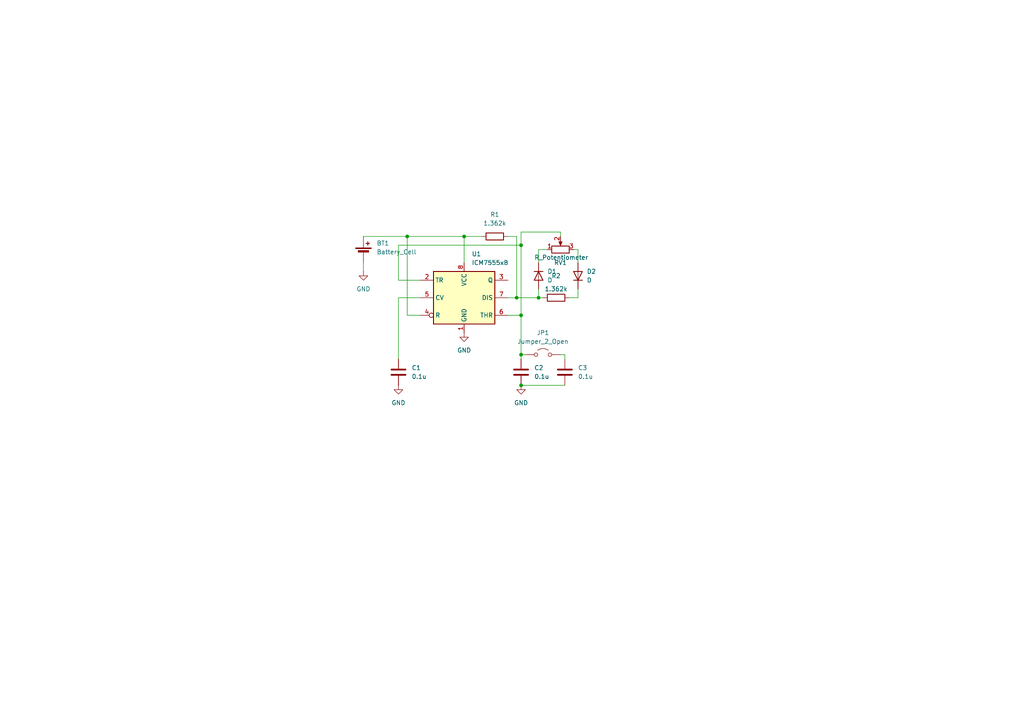
<source format=kicad_sch>
(kicad_sch
	(version 20231120)
	(generator "eeschema")
	(generator_version "8.0")
	(uuid "24b10871-cdab-45cc-a7c3-9da9b7ee663d")
	(paper "A4")
	(lib_symbols
		(symbol "Device:Battery_Cell"
			(pin_numbers hide)
			(pin_names
				(offset 0) hide)
			(exclude_from_sim no)
			(in_bom yes)
			(on_board yes)
			(property "Reference" "BT"
				(at 2.54 2.54 0)
				(effects
					(font
						(size 1.27 1.27)
					)
					(justify left)
				)
			)
			(property "Value" "Battery_Cell"
				(at 2.54 0 0)
				(effects
					(font
						(size 1.27 1.27)
					)
					(justify left)
				)
			)
			(property "Footprint" ""
				(at 0 1.524 90)
				(effects
					(font
						(size 1.27 1.27)
					)
					(hide yes)
				)
			)
			(property "Datasheet" "~"
				(at 0 1.524 90)
				(effects
					(font
						(size 1.27 1.27)
					)
					(hide yes)
				)
			)
			(property "Description" "Single-cell battery"
				(at 0 0 0)
				(effects
					(font
						(size 1.27 1.27)
					)
					(hide yes)
				)
			)
			(property "ki_keywords" "battery cell"
				(at 0 0 0)
				(effects
					(font
						(size 1.27 1.27)
					)
					(hide yes)
				)
			)
			(symbol "Battery_Cell_0_1"
				(rectangle
					(start -2.286 1.778)
					(end 2.286 1.524)
					(stroke
						(width 0)
						(type default)
					)
					(fill
						(type outline)
					)
				)
				(rectangle
					(start -1.524 1.016)
					(end 1.524 0.508)
					(stroke
						(width 0)
						(type default)
					)
					(fill
						(type outline)
					)
				)
				(polyline
					(pts
						(xy 0 0.762) (xy 0 0)
					)
					(stroke
						(width 0)
						(type default)
					)
					(fill
						(type none)
					)
				)
				(polyline
					(pts
						(xy 0 1.778) (xy 0 2.54)
					)
					(stroke
						(width 0)
						(type default)
					)
					(fill
						(type none)
					)
				)
				(polyline
					(pts
						(xy 0.762 3.048) (xy 1.778 3.048)
					)
					(stroke
						(width 0.254)
						(type default)
					)
					(fill
						(type none)
					)
				)
				(polyline
					(pts
						(xy 1.27 3.556) (xy 1.27 2.54)
					)
					(stroke
						(width 0.254)
						(type default)
					)
					(fill
						(type none)
					)
				)
			)
			(symbol "Battery_Cell_1_1"
				(pin passive line
					(at 0 5.08 270)
					(length 2.54)
					(name "+"
						(effects
							(font
								(size 1.27 1.27)
							)
						)
					)
					(number "1"
						(effects
							(font
								(size 1.27 1.27)
							)
						)
					)
				)
				(pin passive line
					(at 0 -2.54 90)
					(length 2.54)
					(name "-"
						(effects
							(font
								(size 1.27 1.27)
							)
						)
					)
					(number "2"
						(effects
							(font
								(size 1.27 1.27)
							)
						)
					)
				)
			)
		)
		(symbol "Device:C"
			(pin_numbers hide)
			(pin_names
				(offset 0.254)
			)
			(exclude_from_sim no)
			(in_bom yes)
			(on_board yes)
			(property "Reference" "C"
				(at 0.635 2.54 0)
				(effects
					(font
						(size 1.27 1.27)
					)
					(justify left)
				)
			)
			(property "Value" "C"
				(at 0.635 -2.54 0)
				(effects
					(font
						(size 1.27 1.27)
					)
					(justify left)
				)
			)
			(property "Footprint" ""
				(at 0.9652 -3.81 0)
				(effects
					(font
						(size 1.27 1.27)
					)
					(hide yes)
				)
			)
			(property "Datasheet" "~"
				(at 0 0 0)
				(effects
					(font
						(size 1.27 1.27)
					)
					(hide yes)
				)
			)
			(property "Description" "Unpolarized capacitor"
				(at 0 0 0)
				(effects
					(font
						(size 1.27 1.27)
					)
					(hide yes)
				)
			)
			(property "ki_keywords" "cap capacitor"
				(at 0 0 0)
				(effects
					(font
						(size 1.27 1.27)
					)
					(hide yes)
				)
			)
			(property "ki_fp_filters" "C_*"
				(at 0 0 0)
				(effects
					(font
						(size 1.27 1.27)
					)
					(hide yes)
				)
			)
			(symbol "C_0_1"
				(polyline
					(pts
						(xy -2.032 -0.762) (xy 2.032 -0.762)
					)
					(stroke
						(width 0.508)
						(type default)
					)
					(fill
						(type none)
					)
				)
				(polyline
					(pts
						(xy -2.032 0.762) (xy 2.032 0.762)
					)
					(stroke
						(width 0.508)
						(type default)
					)
					(fill
						(type none)
					)
				)
			)
			(symbol "C_1_1"
				(pin passive line
					(at 0 3.81 270)
					(length 2.794)
					(name "~"
						(effects
							(font
								(size 1.27 1.27)
							)
						)
					)
					(number "1"
						(effects
							(font
								(size 1.27 1.27)
							)
						)
					)
				)
				(pin passive line
					(at 0 -3.81 90)
					(length 2.794)
					(name "~"
						(effects
							(font
								(size 1.27 1.27)
							)
						)
					)
					(number "2"
						(effects
							(font
								(size 1.27 1.27)
							)
						)
					)
				)
			)
		)
		(symbol "Device:D"
			(pin_numbers hide)
			(pin_names
				(offset 1.016) hide)
			(exclude_from_sim no)
			(in_bom yes)
			(on_board yes)
			(property "Reference" "D"
				(at 0 2.54 0)
				(effects
					(font
						(size 1.27 1.27)
					)
				)
			)
			(property "Value" "D"
				(at 0 -2.54 0)
				(effects
					(font
						(size 1.27 1.27)
					)
				)
			)
			(property "Footprint" ""
				(at 0 0 0)
				(effects
					(font
						(size 1.27 1.27)
					)
					(hide yes)
				)
			)
			(property "Datasheet" "~"
				(at 0 0 0)
				(effects
					(font
						(size 1.27 1.27)
					)
					(hide yes)
				)
			)
			(property "Description" "Diode"
				(at 0 0 0)
				(effects
					(font
						(size 1.27 1.27)
					)
					(hide yes)
				)
			)
			(property "Sim.Device" "D"
				(at 0 0 0)
				(effects
					(font
						(size 1.27 1.27)
					)
					(hide yes)
				)
			)
			(property "Sim.Pins" "1=K 2=A"
				(at 0 0 0)
				(effects
					(font
						(size 1.27 1.27)
					)
					(hide yes)
				)
			)
			(property "ki_keywords" "diode"
				(at 0 0 0)
				(effects
					(font
						(size 1.27 1.27)
					)
					(hide yes)
				)
			)
			(property "ki_fp_filters" "TO-???* *_Diode_* *SingleDiode* D_*"
				(at 0 0 0)
				(effects
					(font
						(size 1.27 1.27)
					)
					(hide yes)
				)
			)
			(symbol "D_0_1"
				(polyline
					(pts
						(xy -1.27 1.27) (xy -1.27 -1.27)
					)
					(stroke
						(width 0.254)
						(type default)
					)
					(fill
						(type none)
					)
				)
				(polyline
					(pts
						(xy 1.27 0) (xy -1.27 0)
					)
					(stroke
						(width 0)
						(type default)
					)
					(fill
						(type none)
					)
				)
				(polyline
					(pts
						(xy 1.27 1.27) (xy 1.27 -1.27) (xy -1.27 0) (xy 1.27 1.27)
					)
					(stroke
						(width 0.254)
						(type default)
					)
					(fill
						(type none)
					)
				)
			)
			(symbol "D_1_1"
				(pin passive line
					(at -3.81 0 0)
					(length 2.54)
					(name "K"
						(effects
							(font
								(size 1.27 1.27)
							)
						)
					)
					(number "1"
						(effects
							(font
								(size 1.27 1.27)
							)
						)
					)
				)
				(pin passive line
					(at 3.81 0 180)
					(length 2.54)
					(name "A"
						(effects
							(font
								(size 1.27 1.27)
							)
						)
					)
					(number "2"
						(effects
							(font
								(size 1.27 1.27)
							)
						)
					)
				)
			)
		)
		(symbol "Device:R"
			(pin_numbers hide)
			(pin_names
				(offset 0)
			)
			(exclude_from_sim no)
			(in_bom yes)
			(on_board yes)
			(property "Reference" "R"
				(at 2.032 0 90)
				(effects
					(font
						(size 1.27 1.27)
					)
				)
			)
			(property "Value" "R"
				(at 0 0 90)
				(effects
					(font
						(size 1.27 1.27)
					)
				)
			)
			(property "Footprint" ""
				(at -1.778 0 90)
				(effects
					(font
						(size 1.27 1.27)
					)
					(hide yes)
				)
			)
			(property "Datasheet" "~"
				(at 0 0 0)
				(effects
					(font
						(size 1.27 1.27)
					)
					(hide yes)
				)
			)
			(property "Description" "Resistor"
				(at 0 0 0)
				(effects
					(font
						(size 1.27 1.27)
					)
					(hide yes)
				)
			)
			(property "ki_keywords" "R res resistor"
				(at 0 0 0)
				(effects
					(font
						(size 1.27 1.27)
					)
					(hide yes)
				)
			)
			(property "ki_fp_filters" "R_*"
				(at 0 0 0)
				(effects
					(font
						(size 1.27 1.27)
					)
					(hide yes)
				)
			)
			(symbol "R_0_1"
				(rectangle
					(start -1.016 -2.54)
					(end 1.016 2.54)
					(stroke
						(width 0.254)
						(type default)
					)
					(fill
						(type none)
					)
				)
			)
			(symbol "R_1_1"
				(pin passive line
					(at 0 3.81 270)
					(length 1.27)
					(name "~"
						(effects
							(font
								(size 1.27 1.27)
							)
						)
					)
					(number "1"
						(effects
							(font
								(size 1.27 1.27)
							)
						)
					)
				)
				(pin passive line
					(at 0 -3.81 90)
					(length 1.27)
					(name "~"
						(effects
							(font
								(size 1.27 1.27)
							)
						)
					)
					(number "2"
						(effects
							(font
								(size 1.27 1.27)
							)
						)
					)
				)
			)
		)
		(symbol "Device:R_Potentiometer"
			(pin_names
				(offset 1.016) hide)
			(exclude_from_sim no)
			(in_bom yes)
			(on_board yes)
			(property "Reference" "RV"
				(at -4.445 0 90)
				(effects
					(font
						(size 1.27 1.27)
					)
				)
			)
			(property "Value" "R_Potentiometer"
				(at -2.54 0 90)
				(effects
					(font
						(size 1.27 1.27)
					)
				)
			)
			(property "Footprint" ""
				(at 0 0 0)
				(effects
					(font
						(size 1.27 1.27)
					)
					(hide yes)
				)
			)
			(property "Datasheet" "~"
				(at 0 0 0)
				(effects
					(font
						(size 1.27 1.27)
					)
					(hide yes)
				)
			)
			(property "Description" "Potentiometer"
				(at 0 0 0)
				(effects
					(font
						(size 1.27 1.27)
					)
					(hide yes)
				)
			)
			(property "ki_keywords" "resistor variable"
				(at 0 0 0)
				(effects
					(font
						(size 1.27 1.27)
					)
					(hide yes)
				)
			)
			(property "ki_fp_filters" "Potentiometer*"
				(at 0 0 0)
				(effects
					(font
						(size 1.27 1.27)
					)
					(hide yes)
				)
			)
			(symbol "R_Potentiometer_0_1"
				(polyline
					(pts
						(xy 2.54 0) (xy 1.524 0)
					)
					(stroke
						(width 0)
						(type default)
					)
					(fill
						(type none)
					)
				)
				(polyline
					(pts
						(xy 1.143 0) (xy 2.286 0.508) (xy 2.286 -0.508) (xy 1.143 0)
					)
					(stroke
						(width 0)
						(type default)
					)
					(fill
						(type outline)
					)
				)
				(rectangle
					(start 1.016 2.54)
					(end -1.016 -2.54)
					(stroke
						(width 0.254)
						(type default)
					)
					(fill
						(type none)
					)
				)
			)
			(symbol "R_Potentiometer_1_1"
				(pin passive line
					(at 0 3.81 270)
					(length 1.27)
					(name "1"
						(effects
							(font
								(size 1.27 1.27)
							)
						)
					)
					(number "1"
						(effects
							(font
								(size 1.27 1.27)
							)
						)
					)
				)
				(pin passive line
					(at 3.81 0 180)
					(length 1.27)
					(name "2"
						(effects
							(font
								(size 1.27 1.27)
							)
						)
					)
					(number "2"
						(effects
							(font
								(size 1.27 1.27)
							)
						)
					)
				)
				(pin passive line
					(at 0 -3.81 90)
					(length 1.27)
					(name "3"
						(effects
							(font
								(size 1.27 1.27)
							)
						)
					)
					(number "3"
						(effects
							(font
								(size 1.27 1.27)
							)
						)
					)
				)
			)
		)
		(symbol "Jumper:Jumper_2_Open"
			(pin_numbers hide)
			(pin_names
				(offset 0) hide)
			(exclude_from_sim yes)
			(in_bom yes)
			(on_board yes)
			(property "Reference" "JP"
				(at 0 2.794 0)
				(effects
					(font
						(size 1.27 1.27)
					)
				)
			)
			(property "Value" "Jumper_2_Open"
				(at 0 -2.286 0)
				(effects
					(font
						(size 1.27 1.27)
					)
				)
			)
			(property "Footprint" ""
				(at 0 0 0)
				(effects
					(font
						(size 1.27 1.27)
					)
					(hide yes)
				)
			)
			(property "Datasheet" "~"
				(at 0 0 0)
				(effects
					(font
						(size 1.27 1.27)
					)
					(hide yes)
				)
			)
			(property "Description" "Jumper, 2-pole, open"
				(at 0 0 0)
				(effects
					(font
						(size 1.27 1.27)
					)
					(hide yes)
				)
			)
			(property "ki_keywords" "Jumper SPST"
				(at 0 0 0)
				(effects
					(font
						(size 1.27 1.27)
					)
					(hide yes)
				)
			)
			(property "ki_fp_filters" "Jumper* TestPoint*2Pads* TestPoint*Bridge*"
				(at 0 0 0)
				(effects
					(font
						(size 1.27 1.27)
					)
					(hide yes)
				)
			)
			(symbol "Jumper_2_Open_0_0"
				(circle
					(center -2.032 0)
					(radius 0.508)
					(stroke
						(width 0)
						(type default)
					)
					(fill
						(type none)
					)
				)
				(circle
					(center 2.032 0)
					(radius 0.508)
					(stroke
						(width 0)
						(type default)
					)
					(fill
						(type none)
					)
				)
			)
			(symbol "Jumper_2_Open_0_1"
				(arc
					(start 1.524 1.27)
					(mid 0 1.778)
					(end -1.524 1.27)
					(stroke
						(width 0)
						(type default)
					)
					(fill
						(type none)
					)
				)
			)
			(symbol "Jumper_2_Open_1_1"
				(pin passive line
					(at -5.08 0 0)
					(length 2.54)
					(name "A"
						(effects
							(font
								(size 1.27 1.27)
							)
						)
					)
					(number "1"
						(effects
							(font
								(size 1.27 1.27)
							)
						)
					)
				)
				(pin passive line
					(at 5.08 0 180)
					(length 2.54)
					(name "B"
						(effects
							(font
								(size 1.27 1.27)
							)
						)
					)
					(number "2"
						(effects
							(font
								(size 1.27 1.27)
							)
						)
					)
				)
			)
		)
		(symbol "Timer:ICM7555xB"
			(exclude_from_sim no)
			(in_bom yes)
			(on_board yes)
			(property "Reference" "U"
				(at -10.16 8.89 0)
				(effects
					(font
						(size 1.27 1.27)
					)
					(justify left)
				)
			)
			(property "Value" "ICM7555xB"
				(at 2.54 8.89 0)
				(effects
					(font
						(size 1.27 1.27)
					)
					(justify left)
				)
			)
			(property "Footprint" "Package_SO:SOIC-8_3.9x4.9mm_P1.27mm"
				(at 21.59 -10.16 0)
				(effects
					(font
						(size 1.27 1.27)
					)
					(hide yes)
				)
			)
			(property "Datasheet" "http://www.intersil.com/content/dam/Intersil/documents/icm7/icm7555-56.pdf"
				(at 21.59 -10.16 0)
				(effects
					(font
						(size 1.27 1.27)
					)
					(hide yes)
				)
			)
			(property "Description" "CMOS General Purpose Timer, 555 compatible, SOIC-8"
				(at 0 0 0)
				(effects
					(font
						(size 1.27 1.27)
					)
					(hide yes)
				)
			)
			(property "ki_keywords" "single timer 555"
				(at 0 0 0)
				(effects
					(font
						(size 1.27 1.27)
					)
					(hide yes)
				)
			)
			(property "ki_fp_filters" "SOIC*3.9x4.9mm*P1.27mm*"
				(at 0 0 0)
				(effects
					(font
						(size 1.27 1.27)
					)
					(hide yes)
				)
			)
			(symbol "ICM7555xB_0_0"
				(pin power_in line
					(at 0 -10.16 90)
					(length 2.54)
					(name "GND"
						(effects
							(font
								(size 1.27 1.27)
							)
						)
					)
					(number "1"
						(effects
							(font
								(size 1.27 1.27)
							)
						)
					)
				)
				(pin power_in line
					(at 0 10.16 270)
					(length 2.54)
					(name "VCC"
						(effects
							(font
								(size 1.27 1.27)
							)
						)
					)
					(number "8"
						(effects
							(font
								(size 1.27 1.27)
							)
						)
					)
				)
			)
			(symbol "ICM7555xB_0_1"
				(rectangle
					(start -8.89 -7.62)
					(end 8.89 7.62)
					(stroke
						(width 0.254)
						(type default)
					)
					(fill
						(type background)
					)
				)
				(rectangle
					(start -8.89 -7.62)
					(end 8.89 7.62)
					(stroke
						(width 0.254)
						(type default)
					)
					(fill
						(type background)
					)
				)
			)
			(symbol "ICM7555xB_1_1"
				(pin input line
					(at -12.7 5.08 0)
					(length 3.81)
					(name "TR"
						(effects
							(font
								(size 1.27 1.27)
							)
						)
					)
					(number "2"
						(effects
							(font
								(size 1.27 1.27)
							)
						)
					)
				)
				(pin output line
					(at 12.7 5.08 180)
					(length 3.81)
					(name "Q"
						(effects
							(font
								(size 1.27 1.27)
							)
						)
					)
					(number "3"
						(effects
							(font
								(size 1.27 1.27)
							)
						)
					)
				)
				(pin input inverted
					(at -12.7 -5.08 0)
					(length 3.81)
					(name "R"
						(effects
							(font
								(size 1.27 1.27)
							)
						)
					)
					(number "4"
						(effects
							(font
								(size 1.27 1.27)
							)
						)
					)
				)
				(pin input line
					(at -12.7 0 0)
					(length 3.81)
					(name "CV"
						(effects
							(font
								(size 1.27 1.27)
							)
						)
					)
					(number "5"
						(effects
							(font
								(size 1.27 1.27)
							)
						)
					)
				)
				(pin input line
					(at 12.7 -5.08 180)
					(length 3.81)
					(name "THR"
						(effects
							(font
								(size 1.27 1.27)
							)
						)
					)
					(number "6"
						(effects
							(font
								(size 1.27 1.27)
							)
						)
					)
				)
				(pin input line
					(at 12.7 0 180)
					(length 3.81)
					(name "DIS"
						(effects
							(font
								(size 1.27 1.27)
							)
						)
					)
					(number "7"
						(effects
							(font
								(size 1.27 1.27)
							)
						)
					)
				)
			)
		)
		(symbol "power:GND"
			(power)
			(pin_numbers hide)
			(pin_names
				(offset 0) hide)
			(exclude_from_sim no)
			(in_bom yes)
			(on_board yes)
			(property "Reference" "#PWR"
				(at 0 -6.35 0)
				(effects
					(font
						(size 1.27 1.27)
					)
					(hide yes)
				)
			)
			(property "Value" "GND"
				(at 0 -3.81 0)
				(effects
					(font
						(size 1.27 1.27)
					)
				)
			)
			(property "Footprint" ""
				(at 0 0 0)
				(effects
					(font
						(size 1.27 1.27)
					)
					(hide yes)
				)
			)
			(property "Datasheet" ""
				(at 0 0 0)
				(effects
					(font
						(size 1.27 1.27)
					)
					(hide yes)
				)
			)
			(property "Description" "Power symbol creates a global label with name \"GND\" , ground"
				(at 0 0 0)
				(effects
					(font
						(size 1.27 1.27)
					)
					(hide yes)
				)
			)
			(property "ki_keywords" "global power"
				(at 0 0 0)
				(effects
					(font
						(size 1.27 1.27)
					)
					(hide yes)
				)
			)
			(symbol "GND_0_1"
				(polyline
					(pts
						(xy 0 0) (xy 0 -1.27) (xy 1.27 -1.27) (xy 0 -2.54) (xy -1.27 -1.27) (xy 0 -1.27)
					)
					(stroke
						(width 0)
						(type default)
					)
					(fill
						(type none)
					)
				)
			)
			(symbol "GND_1_1"
				(pin power_in line
					(at 0 0 270)
					(length 0)
					(name "~"
						(effects
							(font
								(size 1.27 1.27)
							)
						)
					)
					(number "1"
						(effects
							(font
								(size 1.27 1.27)
							)
						)
					)
				)
			)
		)
	)
	(junction
		(at 156.21 86.36)
		(diameter 0)
		(color 0 0 0 0)
		(uuid "04e517d5-4e76-4e7e-97c1-5c6e76aff702")
	)
	(junction
		(at 149.86 86.36)
		(diameter 0)
		(color 0 0 0 0)
		(uuid "289d5acd-2653-4dc9-9bf6-80f8a37e1f06")
	)
	(junction
		(at 151.13 71.12)
		(diameter 0)
		(color 0 0 0 0)
		(uuid "40277817-50f7-436a-b375-ecbcf09d3519")
	)
	(junction
		(at 118.11 68.58)
		(diameter 0)
		(color 0 0 0 0)
		(uuid "90ff08c7-bc7a-441f-a18e-4174b4f6fd65")
	)
	(junction
		(at 151.13 111.76)
		(diameter 0)
		(color 0 0 0 0)
		(uuid "aa574d5e-ecb1-4d65-944a-8b9dc9b5fe10")
	)
	(junction
		(at 134.62 68.58)
		(diameter 0)
		(color 0 0 0 0)
		(uuid "d95f25b4-0e85-4576-ac50-3127c9e162b7")
	)
	(junction
		(at 151.13 102.87)
		(diameter 0)
		(color 0 0 0 0)
		(uuid "fc92995d-6bdf-44c3-bc7c-30b86cbf986b")
	)
	(junction
		(at 151.13 91.44)
		(diameter 0)
		(color 0 0 0 0)
		(uuid "ff7602aa-995e-44a0-b360-49541e4ae1fa")
	)
	(wire
		(pts
			(xy 156.21 83.82) (xy 156.21 86.36)
		)
		(stroke
			(width 0)
			(type default)
		)
		(uuid "28791b7e-0e99-48aa-9b21-932b4a07d163")
	)
	(wire
		(pts
			(xy 162.56 67.31) (xy 162.56 68.58)
		)
		(stroke
			(width 0)
			(type default)
		)
		(uuid "2bb5a0b5-1c69-4d39-80eb-f5bc7ee9c5bb")
	)
	(wire
		(pts
			(xy 167.64 72.39) (xy 167.64 76.2)
		)
		(stroke
			(width 0)
			(type default)
		)
		(uuid "307fd3fc-b1db-49ca-b572-9108ad1063ab")
	)
	(wire
		(pts
			(xy 147.32 68.58) (xy 149.86 68.58)
		)
		(stroke
			(width 0)
			(type default)
		)
		(uuid "3331f921-776a-47fc-b47f-a5e04fc69302")
	)
	(wire
		(pts
			(xy 115.57 81.28) (xy 115.57 71.12)
		)
		(stroke
			(width 0)
			(type default)
		)
		(uuid "390d5f56-ddbe-46e5-a89d-1554e2ec581d")
	)
	(wire
		(pts
			(xy 151.13 111.76) (xy 163.83 111.76)
		)
		(stroke
			(width 0)
			(type default)
		)
		(uuid "3ac163a0-98c3-45ea-a461-d39418f41c54")
	)
	(wire
		(pts
			(xy 167.64 86.36) (xy 165.1 86.36)
		)
		(stroke
			(width 0)
			(type default)
		)
		(uuid "3bcca0e0-7294-4330-b680-3514eba55964")
	)
	(wire
		(pts
			(xy 149.86 68.58) (xy 149.86 86.36)
		)
		(stroke
			(width 0)
			(type default)
		)
		(uuid "3c81e1ca-81cc-4968-8b71-c91404fb5a98")
	)
	(wire
		(pts
			(xy 166.37 72.39) (xy 167.64 72.39)
		)
		(stroke
			(width 0)
			(type default)
		)
		(uuid "3e15ceb6-d48c-4ae8-9d22-83fb506444eb")
	)
	(wire
		(pts
			(xy 156.21 86.36) (xy 157.48 86.36)
		)
		(stroke
			(width 0)
			(type default)
		)
		(uuid "403d243c-d0fa-459f-9f61-2b27c1209cea")
	)
	(wire
		(pts
			(xy 156.21 76.2) (xy 156.21 72.39)
		)
		(stroke
			(width 0)
			(type default)
		)
		(uuid "416978ca-ff4a-409b-84d7-96480b73fc02")
	)
	(wire
		(pts
			(xy 118.11 68.58) (xy 134.62 68.58)
		)
		(stroke
			(width 0)
			(type default)
		)
		(uuid "46b156b0-9fbf-41f7-a0c9-2a6e625718f5")
	)
	(wire
		(pts
			(xy 151.13 71.12) (xy 151.13 91.44)
		)
		(stroke
			(width 0)
			(type default)
		)
		(uuid "4b61f29f-96b1-4107-a23a-ce83f492e235")
	)
	(wire
		(pts
			(xy 118.11 91.44) (xy 118.11 68.58)
		)
		(stroke
			(width 0)
			(type default)
		)
		(uuid "53fd8c18-10fb-4f48-8cdf-8a9cfa729c0d")
	)
	(wire
		(pts
			(xy 151.13 102.87) (xy 151.13 104.14)
		)
		(stroke
			(width 0)
			(type default)
		)
		(uuid "65b45fa7-2738-4a28-9f9f-620a6649c240")
	)
	(wire
		(pts
			(xy 134.62 68.58) (xy 139.7 68.58)
		)
		(stroke
			(width 0)
			(type default)
		)
		(uuid "6d0b390e-f352-4cd4-9244-ce3997bf2e6b")
	)
	(wire
		(pts
			(xy 151.13 67.31) (xy 151.13 71.12)
		)
		(stroke
			(width 0)
			(type default)
		)
		(uuid "7105f81f-333e-43dc-9fa2-eac628ba8f76")
	)
	(wire
		(pts
			(xy 121.92 91.44) (xy 118.11 91.44)
		)
		(stroke
			(width 0)
			(type default)
		)
		(uuid "72871998-16f5-4741-b0e1-5cfa7ed2323e")
	)
	(wire
		(pts
			(xy 149.86 86.36) (xy 156.21 86.36)
		)
		(stroke
			(width 0)
			(type default)
		)
		(uuid "80609cc1-6e73-4b5e-8c53-83d296ced58e")
	)
	(wire
		(pts
			(xy 121.92 86.36) (xy 115.57 86.36)
		)
		(stroke
			(width 0)
			(type default)
		)
		(uuid "8388f454-140b-45ed-8db5-eaa0a4a19b09")
	)
	(wire
		(pts
			(xy 162.56 102.87) (xy 163.83 102.87)
		)
		(stroke
			(width 0)
			(type default)
		)
		(uuid "9390d88d-99b7-43af-8974-8adf62aad672")
	)
	(wire
		(pts
			(xy 115.57 86.36) (xy 115.57 104.14)
		)
		(stroke
			(width 0)
			(type default)
		)
		(uuid "9d1d5bc3-898a-4227-83a7-28e7aac0c9fd")
	)
	(wire
		(pts
			(xy 163.83 102.87) (xy 163.83 104.14)
		)
		(stroke
			(width 0)
			(type default)
		)
		(uuid "a1c3d3e5-67dc-4797-8494-5c799cdee2c3")
	)
	(wire
		(pts
			(xy 151.13 91.44) (xy 151.13 102.87)
		)
		(stroke
			(width 0)
			(type default)
		)
		(uuid "a3680c48-eeb0-4ed8-b3b1-b64ae78910b1")
	)
	(wire
		(pts
			(xy 121.92 81.28) (xy 115.57 81.28)
		)
		(stroke
			(width 0)
			(type default)
		)
		(uuid "a99fc716-bc20-4072-8670-4903ff0749be")
	)
	(wire
		(pts
			(xy 151.13 67.31) (xy 162.56 67.31)
		)
		(stroke
			(width 0)
			(type default)
		)
		(uuid "aab4bdbb-3db7-476c-8362-0f0e47aceae2")
	)
	(wire
		(pts
			(xy 105.41 68.58) (xy 118.11 68.58)
		)
		(stroke
			(width 0)
			(type default)
		)
		(uuid "b6247ac4-32be-4d37-a303-a5ca217aa5ce")
	)
	(wire
		(pts
			(xy 167.64 83.82) (xy 167.64 86.36)
		)
		(stroke
			(width 0)
			(type default)
		)
		(uuid "b686c8f5-5885-44d3-8aa8-19b464121c41")
	)
	(wire
		(pts
			(xy 149.86 86.36) (xy 147.32 86.36)
		)
		(stroke
			(width 0)
			(type default)
		)
		(uuid "ba749c70-4d56-4ee9-b702-69c6c0982bbc")
	)
	(wire
		(pts
			(xy 151.13 91.44) (xy 147.32 91.44)
		)
		(stroke
			(width 0)
			(type default)
		)
		(uuid "babe7e33-7826-47ec-9087-f8ada34fa3d5")
	)
	(wire
		(pts
			(xy 115.57 71.12) (xy 151.13 71.12)
		)
		(stroke
			(width 0)
			(type default)
		)
		(uuid "cadd17c0-79b0-403c-9c65-83a38012f780")
	)
	(wire
		(pts
			(xy 156.21 72.39) (xy 158.75 72.39)
		)
		(stroke
			(width 0)
			(type default)
		)
		(uuid "d8c2033c-fb96-40c3-8f22-517593e145c0")
	)
	(wire
		(pts
			(xy 105.41 76.2) (xy 105.41 78.74)
		)
		(stroke
			(width 0)
			(type default)
		)
		(uuid "da3a48f3-7f03-4ef3-b2f1-1af453bd72bd")
	)
	(wire
		(pts
			(xy 151.13 102.87) (xy 152.4 102.87)
		)
		(stroke
			(width 0)
			(type default)
		)
		(uuid "e49f3171-6bc6-40d5-a280-294689f7f14f")
	)
	(wire
		(pts
			(xy 134.62 68.58) (xy 134.62 76.2)
		)
		(stroke
			(width 0)
			(type default)
		)
		(uuid "f03446a9-d532-45bb-93c8-2afeb017acd5")
	)
	(symbol
		(lib_id "Device:D")
		(at 156.21 80.01 270)
		(unit 1)
		(exclude_from_sim no)
		(in_bom yes)
		(on_board yes)
		(dnp no)
		(fields_autoplaced yes)
		(uuid "0307de92-e62e-442a-a67b-2b915538cbb2")
		(property "Reference" "D1"
			(at 158.75 78.7399 90)
			(effects
				(font
					(size 1.27 1.27)
				)
				(justify left)
			)
		)
		(property "Value" "D"
			(at 158.75 81.2799 90)
			(effects
				(font
					(size 1.27 1.27)
				)
				(justify left)
			)
		)
		(property "Footprint" "Diode_SMD:D_0201_0603Metric"
			(at 156.21 80.01 0)
			(effects
				(font
					(size 1.27 1.27)
				)
				(hide yes)
			)
		)
		(property "Datasheet" "~"
			(at 156.21 80.01 0)
			(effects
				(font
					(size 1.27 1.27)
				)
				(hide yes)
			)
		)
		(property "Description" "Diode"
			(at 156.21 80.01 0)
			(effects
				(font
					(size 1.27 1.27)
				)
				(hide yes)
			)
		)
		(property "Sim.Device" "D"
			(at 156.21 80.01 0)
			(effects
				(font
					(size 1.27 1.27)
				)
				(hide yes)
			)
		)
		(property "Sim.Pins" "1=K 2=A"
			(at 156.21 80.01 0)
			(effects
				(font
					(size 1.27 1.27)
				)
				(hide yes)
			)
		)
		(pin "2"
			(uuid "9a1d6536-6431-4c0d-af65-ebaa9340f13a")
		)
		(pin "1"
			(uuid "8030b29b-335c-40e3-8fa2-d61d13cf314d")
		)
		(instances
			(project "Task2_PCB"
				(path "/24b10871-cdab-45cc-a7c3-9da9b7ee663d"
					(reference "D1")
					(unit 1)
				)
			)
		)
	)
	(symbol
		(lib_id "Device:C")
		(at 115.57 107.95 0)
		(unit 1)
		(exclude_from_sim no)
		(in_bom yes)
		(on_board yes)
		(dnp no)
		(fields_autoplaced yes)
		(uuid "191b4773-3a8a-4afe-8125-e2d2d2cbfae0")
		(property "Reference" "C1"
			(at 119.38 106.6799 0)
			(effects
				(font
					(size 1.27 1.27)
				)
				(justify left)
			)
		)
		(property "Value" "0.1u"
			(at 119.38 109.2199 0)
			(effects
				(font
					(size 1.27 1.27)
				)
				(justify left)
			)
		)
		(property "Footprint" "Capacitor_SMD:CP_Elec_5x3"
			(at 116.5352 111.76 0)
			(effects
				(font
					(size 1.27 1.27)
				)
				(hide yes)
			)
		)
		(property "Datasheet" "~"
			(at 115.57 107.95 0)
			(effects
				(font
					(size 1.27 1.27)
				)
				(hide yes)
			)
		)
		(property "Description" "Unpolarized capacitor"
			(at 115.57 107.95 0)
			(effects
				(font
					(size 1.27 1.27)
				)
				(hide yes)
			)
		)
		(pin "1"
			(uuid "8a7f3789-54bb-4582-b01f-ee55b5318ab3")
		)
		(pin "2"
			(uuid "92998d1c-38a2-4970-bad9-001f647eaea9")
		)
		(instances
			(project "Task2_PCB"
				(path "/24b10871-cdab-45cc-a7c3-9da9b7ee663d"
					(reference "C1")
					(unit 1)
				)
			)
		)
	)
	(symbol
		(lib_id "Device:R_Potentiometer")
		(at 162.56 72.39 90)
		(unit 1)
		(exclude_from_sim no)
		(in_bom yes)
		(on_board yes)
		(dnp no)
		(uuid "19d4bede-162e-47aa-8e97-90b05cca6bce")
		(property "Reference" "RV1"
			(at 162.56 76.2 90)
			(effects
				(font
					(size 1.27 1.27)
				)
			)
		)
		(property "Value" "R_Potentiometer"
			(at 162.814 74.676 90)
			(effects
				(font
					(size 1.27 1.27)
				)
			)
		)
		(property "Footprint" "Potentiometer_SMD:Potentiometer_Vishay_TS53YL_Vertical"
			(at 162.56 72.39 0)
			(effects
				(font
					(size 1.27 1.27)
				)
				(hide yes)
			)
		)
		(property "Datasheet" "~"
			(at 162.56 72.39 0)
			(effects
				(font
					(size 1.27 1.27)
				)
				(hide yes)
			)
		)
		(property "Description" "Potentiometer"
			(at 162.56 72.39 0)
			(effects
				(font
					(size 1.27 1.27)
				)
				(hide yes)
			)
		)
		(pin "2"
			(uuid "939c91d9-7250-472d-84cb-a013fd42c015")
		)
		(pin "3"
			(uuid "ed0385ec-b5f8-47d7-9167-93d08176c073")
		)
		(pin "1"
			(uuid "b692f721-f837-49fc-8593-d902915d121e")
		)
		(instances
			(project "Task2_PCB"
				(path "/24b10871-cdab-45cc-a7c3-9da9b7ee663d"
					(reference "RV1")
					(unit 1)
				)
			)
		)
	)
	(symbol
		(lib_id "Device:R")
		(at 143.51 68.58 90)
		(unit 1)
		(exclude_from_sim no)
		(in_bom yes)
		(on_board yes)
		(dnp no)
		(fields_autoplaced yes)
		(uuid "20488154-eab2-4a8b-8432-7b9b3e346e7d")
		(property "Reference" "R1"
			(at 143.51 62.23 90)
			(effects
				(font
					(size 1.27 1.27)
				)
			)
		)
		(property "Value" "1.362k"
			(at 143.51 64.77 90)
			(effects
				(font
					(size 1.27 1.27)
				)
			)
		)
		(property "Footprint" "Resistor_SMD:R_0805_2012Metric_Pad1.20x1.40mm_HandSolder"
			(at 143.51 70.358 90)
			(effects
				(font
					(size 1.27 1.27)
				)
				(hide yes)
			)
		)
		(property "Datasheet" "~"
			(at 143.51 68.58 0)
			(effects
				(font
					(size 1.27 1.27)
				)
				(hide yes)
			)
		)
		(property "Description" "Resistor"
			(at 143.51 68.58 0)
			(effects
				(font
					(size 1.27 1.27)
				)
				(hide yes)
			)
		)
		(pin "1"
			(uuid "fff554e2-6174-4361-be24-3857859b75a4")
		)
		(pin "2"
			(uuid "531cc520-a6bc-47ee-be22-ba55eebb7904")
		)
		(instances
			(project "Task2_PCB"
				(path "/24b10871-cdab-45cc-a7c3-9da9b7ee663d"
					(reference "R1")
					(unit 1)
				)
			)
		)
	)
	(symbol
		(lib_id "Device:Battery_Cell")
		(at 105.41 73.66 0)
		(unit 1)
		(exclude_from_sim no)
		(in_bom yes)
		(on_board yes)
		(dnp no)
		(fields_autoplaced yes)
		(uuid "2c6e4a58-d714-4391-8874-7f9851f9a86d")
		(property "Reference" "BT1"
			(at 109.22 70.5484 0)
			(effects
				(font
					(size 1.27 1.27)
				)
				(justify left)
			)
		)
		(property "Value" "Battery_Cell"
			(at 109.22 73.0884 0)
			(effects
				(font
					(size 1.27 1.27)
				)
				(justify left)
			)
		)
		(property "Footprint" "Battery:BatteryHolder_Seiko_MS621F"
			(at 105.41 72.136 90)
			(effects
				(font
					(size 1.27 1.27)
				)
				(hide yes)
			)
		)
		(property "Datasheet" "~"
			(at 105.41 72.136 90)
			(effects
				(font
					(size 1.27 1.27)
				)
				(hide yes)
			)
		)
		(property "Description" "Single-cell battery"
			(at 105.41 73.66 0)
			(effects
				(font
					(size 1.27 1.27)
				)
				(hide yes)
			)
		)
		(pin "2"
			(uuid "88b4c762-3407-4078-83b3-1f1530d38378")
		)
		(pin "1"
			(uuid "6a6ccf09-da72-4563-81a3-3887a4e61b4b")
		)
		(instances
			(project "Task2_PCB"
				(path "/24b10871-cdab-45cc-a7c3-9da9b7ee663d"
					(reference "BT1")
					(unit 1)
				)
			)
		)
	)
	(symbol
		(lib_id "Device:C")
		(at 163.83 107.95 0)
		(unit 1)
		(exclude_from_sim no)
		(in_bom yes)
		(on_board yes)
		(dnp no)
		(fields_autoplaced yes)
		(uuid "3c8bc667-6bc3-4af8-b40c-9c9499e4f8be")
		(property "Reference" "C3"
			(at 167.64 106.6799 0)
			(effects
				(font
					(size 1.27 1.27)
				)
				(justify left)
			)
		)
		(property "Value" "0.1u"
			(at 167.64 109.2199 0)
			(effects
				(font
					(size 1.27 1.27)
				)
				(justify left)
			)
		)
		(property "Footprint" "Capacitor_SMD:CP_Elec_5x3"
			(at 164.7952 111.76 0)
			(effects
				(font
					(size 1.27 1.27)
				)
				(hide yes)
			)
		)
		(property "Datasheet" "~"
			(at 163.83 107.95 0)
			(effects
				(font
					(size 1.27 1.27)
				)
				(hide yes)
			)
		)
		(property "Description" "Unpolarized capacitor"
			(at 163.83 107.95 0)
			(effects
				(font
					(size 1.27 1.27)
				)
				(hide yes)
			)
		)
		(pin "2"
			(uuid "6985dbd0-cd42-4b66-b913-7718c26f6521")
		)
		(pin "1"
			(uuid "7ef78abb-df30-4417-bf1a-c242bb4cba14")
		)
		(instances
			(project "Task2_PCB"
				(path "/24b10871-cdab-45cc-a7c3-9da9b7ee663d"
					(reference "C3")
					(unit 1)
				)
			)
		)
	)
	(symbol
		(lib_id "Jumper:Jumper_2_Open")
		(at 157.48 102.87 0)
		(unit 1)
		(exclude_from_sim yes)
		(in_bom yes)
		(on_board yes)
		(dnp no)
		(fields_autoplaced yes)
		(uuid "4ca2d20d-4ca4-4f60-a98e-fc4bd20614d8")
		(property "Reference" "JP1"
			(at 157.48 96.52 0)
			(effects
				(font
					(size 1.27 1.27)
				)
			)
		)
		(property "Value" "Jumper_2_Open"
			(at 157.48 99.06 0)
			(effects
				(font
					(size 1.27 1.27)
				)
			)
		)
		(property "Footprint" "Jumper:SolderJumper-2_P1.3mm_Open_RoundedPad1.0x1.5mm"
			(at 157.48 102.87 0)
			(effects
				(font
					(size 1.27 1.27)
				)
				(hide yes)
			)
		)
		(property "Datasheet" "~"
			(at 157.48 102.87 0)
			(effects
				(font
					(size 1.27 1.27)
				)
				(hide yes)
			)
		)
		(property "Description" "Jumper, 2-pole, open"
			(at 157.48 102.87 0)
			(effects
				(font
					(size 1.27 1.27)
				)
				(hide yes)
			)
		)
		(pin "2"
			(uuid "8bcb17dd-eb68-4677-84e3-fa06bf271297")
		)
		(pin "1"
			(uuid "7f8693b2-9ba5-4d2f-9540-155fca8d9915")
		)
		(instances
			(project "Task2_PCB"
				(path "/24b10871-cdab-45cc-a7c3-9da9b7ee663d"
					(reference "JP1")
					(unit 1)
				)
			)
		)
	)
	(symbol
		(lib_id "power:GND")
		(at 134.62 96.52 0)
		(unit 1)
		(exclude_from_sim no)
		(in_bom yes)
		(on_board yes)
		(dnp no)
		(fields_autoplaced yes)
		(uuid "5fa28f24-3126-47cb-9a08-2a2a90ed0a29")
		(property "Reference" "#PWR04"
			(at 134.62 102.87 0)
			(effects
				(font
					(size 1.27 1.27)
				)
				(hide yes)
			)
		)
		(property "Value" "GND"
			(at 134.62 101.6 0)
			(effects
				(font
					(size 1.27 1.27)
				)
			)
		)
		(property "Footprint" ""
			(at 134.62 96.52 0)
			(effects
				(font
					(size 1.27 1.27)
				)
				(hide yes)
			)
		)
		(property "Datasheet" ""
			(at 134.62 96.52 0)
			(effects
				(font
					(size 1.27 1.27)
				)
				(hide yes)
			)
		)
		(property "Description" "Power symbol creates a global label with name \"GND\" , ground"
			(at 134.62 96.52 0)
			(effects
				(font
					(size 1.27 1.27)
				)
				(hide yes)
			)
		)
		(pin "1"
			(uuid "a84a2f25-1400-4369-bbc8-9ee4dd7ab974")
		)
		(instances
			(project "Task2_PCB"
				(path "/24b10871-cdab-45cc-a7c3-9da9b7ee663d"
					(reference "#PWR04")
					(unit 1)
				)
			)
		)
	)
	(symbol
		(lib_id "power:GND")
		(at 151.13 111.76 0)
		(unit 1)
		(exclude_from_sim no)
		(in_bom yes)
		(on_board yes)
		(dnp no)
		(fields_autoplaced yes)
		(uuid "7dfaf7eb-8898-4414-8787-05ba03ced05b")
		(property "Reference" "#PWR02"
			(at 151.13 118.11 0)
			(effects
				(font
					(size 1.27 1.27)
				)
				(hide yes)
			)
		)
		(property "Value" "GND"
			(at 151.13 116.84 0)
			(effects
				(font
					(size 1.27 1.27)
				)
			)
		)
		(property "Footprint" ""
			(at 151.13 111.76 0)
			(effects
				(font
					(size 1.27 1.27)
				)
				(hide yes)
			)
		)
		(property "Datasheet" ""
			(at 151.13 111.76 0)
			(effects
				(font
					(size 1.27 1.27)
				)
				(hide yes)
			)
		)
		(property "Description" "Power symbol creates a global label with name \"GND\" , ground"
			(at 151.13 111.76 0)
			(effects
				(font
					(size 1.27 1.27)
				)
				(hide yes)
			)
		)
		(pin "1"
			(uuid "41a7ae42-df59-4d0b-b3d5-a22cf9b0595b")
		)
		(instances
			(project "Task2_PCB"
				(path "/24b10871-cdab-45cc-a7c3-9da9b7ee663d"
					(reference "#PWR02")
					(unit 1)
				)
			)
		)
	)
	(symbol
		(lib_id "Device:R")
		(at 161.29 86.36 90)
		(unit 1)
		(exclude_from_sim no)
		(in_bom yes)
		(on_board yes)
		(dnp no)
		(uuid "80797ad0-9655-4d5c-88d6-3fa90cfe0970")
		(property "Reference" "R2"
			(at 161.29 80.01 90)
			(effects
				(font
					(size 1.27 1.27)
				)
			)
		)
		(property "Value" "1.362k"
			(at 161.29 83.82 90)
			(effects
				(font
					(size 1.27 1.27)
				)
			)
		)
		(property "Footprint" "Resistor_SMD:R_0805_2012Metric_Pad1.20x1.40mm_HandSolder"
			(at 161.29 88.138 90)
			(effects
				(font
					(size 1.27 1.27)
				)
				(hide yes)
			)
		)
		(property "Datasheet" "~"
			(at 161.29 86.36 0)
			(effects
				(font
					(size 1.27 1.27)
				)
				(hide yes)
			)
		)
		(property "Description" "Resistor"
			(at 161.29 86.36 0)
			(effects
				(font
					(size 1.27 1.27)
				)
				(hide yes)
			)
		)
		(pin "2"
			(uuid "39f0d279-8197-4fcb-9e03-15e6daecb595")
		)
		(pin "1"
			(uuid "7ff5f7e3-8a59-42ac-ba71-c5128a71d9c4")
		)
		(instances
			(project "Task2_PCB"
				(path "/24b10871-cdab-45cc-a7c3-9da9b7ee663d"
					(reference "R2")
					(unit 1)
				)
			)
		)
	)
	(symbol
		(lib_id "power:GND")
		(at 105.41 78.74 0)
		(unit 1)
		(exclude_from_sim no)
		(in_bom yes)
		(on_board yes)
		(dnp no)
		(fields_autoplaced yes)
		(uuid "862bb586-e330-41d4-ac50-e40887957663")
		(property "Reference" "#PWR03"
			(at 105.41 85.09 0)
			(effects
				(font
					(size 1.27 1.27)
				)
				(hide yes)
			)
		)
		(property "Value" "GND"
			(at 105.41 83.82 0)
			(effects
				(font
					(size 1.27 1.27)
				)
			)
		)
		(property "Footprint" ""
			(at 105.41 78.74 0)
			(effects
				(font
					(size 1.27 1.27)
				)
				(hide yes)
			)
		)
		(property "Datasheet" ""
			(at 105.41 78.74 0)
			(effects
				(font
					(size 1.27 1.27)
				)
				(hide yes)
			)
		)
		(property "Description" "Power symbol creates a global label with name \"GND\" , ground"
			(at 105.41 78.74 0)
			(effects
				(font
					(size 1.27 1.27)
				)
				(hide yes)
			)
		)
		(pin "1"
			(uuid "7e137d40-47fe-45b2-a849-7b316b35e975")
		)
		(instances
			(project "Task2_PCB"
				(path "/24b10871-cdab-45cc-a7c3-9da9b7ee663d"
					(reference "#PWR03")
					(unit 1)
				)
			)
		)
	)
	(symbol
		(lib_id "Timer:ICM7555xB")
		(at 134.62 86.36 0)
		(unit 1)
		(exclude_from_sim no)
		(in_bom yes)
		(on_board yes)
		(dnp no)
		(fields_autoplaced yes)
		(uuid "9a27752b-8de2-44c2-bc05-39f5395b2c1f")
		(property "Reference" "U1"
			(at 136.8141 73.66 0)
			(effects
				(font
					(size 1.27 1.27)
				)
				(justify left)
			)
		)
		(property "Value" "ICM7555xB"
			(at 136.8141 76.2 0)
			(effects
				(font
					(size 1.27 1.27)
				)
				(justify left)
			)
		)
		(property "Footprint" "Package_SO:SOIC-8_3.9x4.9mm_P1.27mm"
			(at 156.21 96.52 0)
			(effects
				(font
					(size 1.27 1.27)
				)
				(hide yes)
			)
		)
		(property "Datasheet" "http://www.intersil.com/content/dam/Intersil/documents/icm7/icm7555-56.pdf"
			(at 156.21 96.52 0)
			(effects
				(font
					(size 1.27 1.27)
				)
				(hide yes)
			)
		)
		(property "Description" "CMOS General Purpose Timer, 555 compatible, SOIC-8"
			(at 134.62 86.36 0)
			(effects
				(font
					(size 1.27 1.27)
				)
				(hide yes)
			)
		)
		(pin "2"
			(uuid "8f80d6ec-5fd8-49f3-a8a3-d50c830abae1")
		)
		(pin "1"
			(uuid "b6e31932-43a9-40ee-bdbd-180b6e468741")
		)
		(pin "4"
			(uuid "91b61685-0d52-4ef5-9c33-ca2ddafe9a60")
		)
		(pin "7"
			(uuid "b39b9a45-c332-4651-8d4b-536716b92a9a")
		)
		(pin "6"
			(uuid "6a7d0b2f-b984-467a-ba83-622bbbada0ce")
		)
		(pin "8"
			(uuid "94c7cf6c-0245-4c40-b6d1-822a9f272b69")
		)
		(pin "3"
			(uuid "fc052fbe-505e-44ef-8070-de487d3fe9a4")
		)
		(pin "5"
			(uuid "5da398f2-21ab-4142-be88-748524c41842")
		)
		(instances
			(project "Task2_PCB"
				(path "/24b10871-cdab-45cc-a7c3-9da9b7ee663d"
					(reference "U1")
					(unit 1)
				)
			)
		)
	)
	(symbol
		(lib_id "power:GND")
		(at 115.57 111.76 0)
		(unit 1)
		(exclude_from_sim no)
		(in_bom yes)
		(on_board yes)
		(dnp no)
		(fields_autoplaced yes)
		(uuid "9d8cf68b-f6d3-4189-999c-7f5b2338f6d9")
		(property "Reference" "#PWR01"
			(at 115.57 118.11 0)
			(effects
				(font
					(size 1.27 1.27)
				)
				(hide yes)
			)
		)
		(property "Value" "GND"
			(at 115.57 116.84 0)
			(effects
				(font
					(size 1.27 1.27)
				)
			)
		)
		(property "Footprint" ""
			(at 115.57 111.76 0)
			(effects
				(font
					(size 1.27 1.27)
				)
				(hide yes)
			)
		)
		(property "Datasheet" ""
			(at 115.57 111.76 0)
			(effects
				(font
					(size 1.27 1.27)
				)
				(hide yes)
			)
		)
		(property "Description" "Power symbol creates a global label with name \"GND\" , ground"
			(at 115.57 111.76 0)
			(effects
				(font
					(size 1.27 1.27)
				)
				(hide yes)
			)
		)
		(pin "1"
			(uuid "287247f6-ee81-48fe-bfc0-492abc230f74")
		)
		(instances
			(project "Task2_PCB"
				(path "/24b10871-cdab-45cc-a7c3-9da9b7ee663d"
					(reference "#PWR01")
					(unit 1)
				)
			)
		)
	)
	(symbol
		(lib_id "Device:D")
		(at 167.64 80.01 90)
		(unit 1)
		(exclude_from_sim no)
		(in_bom yes)
		(on_board yes)
		(dnp no)
		(fields_autoplaced yes)
		(uuid "abcf0f4d-f912-4a27-b6c7-606c26f6a096")
		(property "Reference" "D2"
			(at 170.18 78.7399 90)
			(effects
				(font
					(size 1.27 1.27)
				)
				(justify right)
			)
		)
		(property "Value" "D"
			(at 170.18 81.2799 90)
			(effects
				(font
					(size 1.27 1.27)
				)
				(justify right)
			)
		)
		(property "Footprint" "Diode_SMD:D_0201_0603Metric"
			(at 167.64 80.01 0)
			(effects
				(font
					(size 1.27 1.27)
				)
				(hide yes)
			)
		)
		(property "Datasheet" "~"
			(at 167.64 80.01 0)
			(effects
				(font
					(size 1.27 1.27)
				)
				(hide yes)
			)
		)
		(property "Description" "Diode"
			(at 167.64 80.01 0)
			(effects
				(font
					(size 1.27 1.27)
				)
				(hide yes)
			)
		)
		(property "Sim.Device" "D"
			(at 167.64 80.01 0)
			(effects
				(font
					(size 1.27 1.27)
				)
				(hide yes)
			)
		)
		(property "Sim.Pins" "1=K 2=A"
			(at 167.64 80.01 0)
			(effects
				(font
					(size 1.27 1.27)
				)
				(hide yes)
			)
		)
		(pin "2"
			(uuid "3365ecd0-d403-4c4f-a65f-8d65ffbcc224")
		)
		(pin "1"
			(uuid "98bdbd5a-0de6-4ad3-8221-60e988153bba")
		)
		(instances
			(project "Task2_PCB"
				(path "/24b10871-cdab-45cc-a7c3-9da9b7ee663d"
					(reference "D2")
					(unit 1)
				)
			)
		)
	)
	(symbol
		(lib_id "Device:C")
		(at 151.13 107.95 0)
		(unit 1)
		(exclude_from_sim no)
		(in_bom yes)
		(on_board yes)
		(dnp no)
		(fields_autoplaced yes)
		(uuid "d9931271-80f3-4a4c-94ec-f03213a8c587")
		(property "Reference" "C2"
			(at 154.94 106.6799 0)
			(effects
				(font
					(size 1.27 1.27)
				)
				(justify left)
			)
		)
		(property "Value" "0.1u"
			(at 154.94 109.2199 0)
			(effects
				(font
					(size 1.27 1.27)
				)
				(justify left)
			)
		)
		(property "Footprint" "Capacitor_SMD:CP_Elec_5x3"
			(at 152.0952 111.76 0)
			(effects
				(font
					(size 1.27 1.27)
				)
				(hide yes)
			)
		)
		(property "Datasheet" "~"
			(at 151.13 107.95 0)
			(effects
				(font
					(size 1.27 1.27)
				)
				(hide yes)
			)
		)
		(property "Description" "Unpolarized capacitor"
			(at 151.13 107.95 0)
			(effects
				(font
					(size 1.27 1.27)
				)
				(hide yes)
			)
		)
		(pin "2"
			(uuid "3b5322ca-59ab-488a-a701-04b91d423fd5")
		)
		(pin "1"
			(uuid "a0039a06-b4b1-4cf1-bd88-e414bf861864")
		)
		(instances
			(project "Task2_PCB"
				(path "/24b10871-cdab-45cc-a7c3-9da9b7ee663d"
					(reference "C2")
					(unit 1)
				)
			)
		)
	)
	(sheet_instances
		(path "/"
			(page "1")
		)
	)
)

</source>
